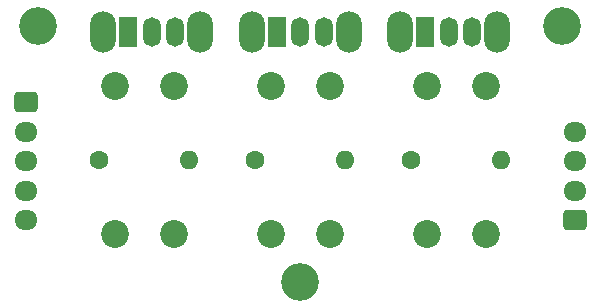
<source format=gts>
%TF.GenerationSoftware,KiCad,Pcbnew,8.0.1*%
%TF.CreationDate,2024-04-28T18:53:44+02:00*%
%TF.ProjectId,SwitchesModule,53776974-6368-4657-934d-6f64756c652e,v0.1*%
%TF.SameCoordinates,Original*%
%TF.FileFunction,Soldermask,Top*%
%TF.FilePolarity,Negative*%
%FSLAX46Y46*%
G04 Gerber Fmt 4.6, Leading zero omitted, Abs format (unit mm)*
G04 Created by KiCad (PCBNEW 8.0.1) date 2024-04-28 18:53:44*
%MOMM*%
%LPD*%
G01*
G04 APERTURE LIST*
G04 Aperture macros list*
%AMRoundRect*
0 Rectangle with rounded corners*
0 $1 Rounding radius*
0 $2 $3 $4 $5 $6 $7 $8 $9 X,Y pos of 4 corners*
0 Add a 4 corners polygon primitive as box body*
4,1,4,$2,$3,$4,$5,$6,$7,$8,$9,$2,$3,0*
0 Add four circle primitives for the rounded corners*
1,1,$1+$1,$2,$3*
1,1,$1+$1,$4,$5*
1,1,$1+$1,$6,$7*
1,1,$1+$1,$8,$9*
0 Add four rect primitives between the rounded corners*
20,1,$1+$1,$2,$3,$4,$5,0*
20,1,$1+$1,$4,$5,$6,$7,0*
20,1,$1+$1,$6,$7,$8,$9,0*
20,1,$1+$1,$8,$9,$2,$3,0*%
G04 Aperture macros list end*
%ADD10C,2.362200*%
%ADD11O,2.200000X3.500000*%
%ADD12R,1.500000X2.500000*%
%ADD13O,1.500000X2.500000*%
%ADD14C,3.200000*%
%ADD15C,1.600000*%
%ADD16O,1.600000X1.600000*%
%ADD17RoundRect,0.250000X0.725000X-0.600000X0.725000X0.600000X-0.725000X0.600000X-0.725000X-0.600000X0*%
%ADD18O,1.950000X1.700000*%
%ADD19RoundRect,0.250000X-0.725000X0.600000X-0.725000X-0.600000X0.725000X-0.600000X0.725000X0.600000X0*%
G04 APERTURE END LIST*
D10*
%TO.C,SW3*%
X161533520Y-96496700D03*
X161533520Y-108993500D03*
X156534800Y-96496700D03*
X156534800Y-108993500D03*
%TD*%
D11*
%TO.C,SW5*%
X141732000Y-91948000D03*
X149932000Y-91948000D03*
D12*
X143832000Y-91948000D03*
D13*
X145832000Y-91948000D03*
X147832000Y-91948000D03*
%TD*%
D10*
%TO.C,SW1*%
X135129200Y-96496700D03*
X135129200Y-108993500D03*
X130130480Y-96496700D03*
X130130480Y-108993500D03*
%TD*%
D11*
%TO.C,SW6*%
X154308080Y-91948000D03*
X162508080Y-91948000D03*
D12*
X156408080Y-91948000D03*
D13*
X158408080Y-91948000D03*
X160408080Y-91948000D03*
%TD*%
D14*
%TO.C,MountingHole1*%
X123593700Y-91437460D03*
%TD*%
D10*
%TO.C,SW2*%
X148331360Y-96496700D03*
X148331360Y-108993500D03*
X143332640Y-96496700D03*
X143332640Y-108993500D03*
%TD*%
D14*
%TO.C,MountingHole2*%
X167992900Y-91437460D03*
%TD*%
%TO.C,MountingHole3*%
X145844100Y-113078260D03*
%TD*%
D11*
%TO.C,SW4*%
X129155920Y-91948000D03*
X137355920Y-91948000D03*
D12*
X131255920Y-91948000D03*
D13*
X133255920Y-91948000D03*
X135255920Y-91948000D03*
%TD*%
D15*
%TO.C,R2*%
X142022000Y-102745100D03*
D16*
X149642000Y-102745100D03*
%TD*%
D17*
%TO.C,J1*%
X169059700Y-107878260D03*
D18*
X169059700Y-105378260D03*
X169059700Y-102878260D03*
X169059700Y-100378260D03*
%TD*%
D15*
%TO.C,R1*%
X128819840Y-102745100D03*
D16*
X136439840Y-102745100D03*
%TD*%
D15*
%TO.C,R3*%
X155224160Y-102745100D03*
D16*
X162844160Y-102745100D03*
%TD*%
D19*
%TO.C,J2*%
X122603100Y-97878260D03*
D18*
X122603100Y-100378260D03*
X122603100Y-102878260D03*
X122603100Y-105378260D03*
X122603100Y-107878260D03*
%TD*%
M02*

</source>
